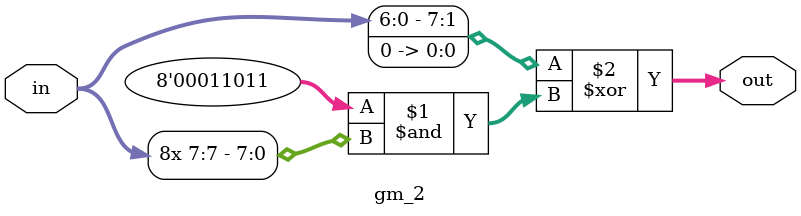
<source format=sv>
module gm_2 (in, out);
	input [7:0] in;
	output [7:0] out;
	
	assign out = {in[6:0], 1'b0} ^ (8'h1b & {8{in[7]}});
	
endmodule

</source>
